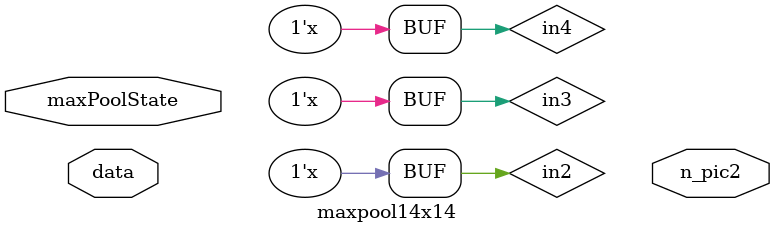
<source format=v>
module maxpool14x14(data,maxPoolState,n_pic2);
    input data;
    input maxPoolState;
    output n_pic2;

wire out1;
reg in1,in2,in3,in4;
maxPool2x2 mP1(in1,in2,in3,in4,out1);    
always @* begin
case(maxPoolState)
0 :begin
in1 = data[7:0] 	;
in2 = data[231:224] 	;
in3 = data[15:8] 	;
in4 = data[239:232] 	;
end
1 :begin
in1 = data[23:16] 	;
in2 = data[247:240] 	;
in3 = data[31:24] 	;
in4 = data[255:248] 	;
end
2 :begin
in1 = data[39:32] 	;
in2 = data[263:256] 	;
in3 = data[47:40] 	;
in4 = data[271:264] 	;
end
3 :begin
in1 = data[55:48] 	;
in2 = data[279:272] 	;
in3 = data[63:56] 	;
in4 = data[287:280] 	;
end
4 :begin
in1 = data[71:64] 	;
in2 = data[295:288] 	;
in3 = data[79:72] 	;
in4 = data[303:296] 	;
end
5 :begin
in1 = data[87:80] 	;
in2 = data[311:304] 	;
in3 = data[95:88] 	;
in4 = data[319:312] 	;
end
6 :begin
in1 = data[103:96] 	;
in2 = data[327:320] 	;
in3 = data[111:104] 	;
in4 = data[335:328] 	;
end
7 :begin
in1 = data[119:112] 	;
in2 = data[343:336] 	;
in3 = data[127:120] 	;
in4 = data[351:344] 	;
end
8 :begin
in1 = data[135:128] 	;
in2 = data[359:352] 	;
in3 = data[143:136] 	;
in4 = data[367:360] 	;
end
9 :begin
in1 = data[151:144] 	;
in2 = data[375:368] 	;
in3 = data[159:152] 	;
in4 = data[383:376] 	;
end
10 :begin
in1 = data[167:160] 	;
in2 = data[391:384] 	;
in3 = data[175:168] 	;
in4 = data[399:392] 	;
end
11 :begin
in1 = data[183:176] 	;
in2 = data[407:400] 	;
in3 = data[191:184] 	;
in4 = data[415:408] 	;
end
12 :begin
in1 = data[199:192] 	;
in2 = data[423:416] 	;
in3 = data[207:200] 	;
in4 = data[431:424] 	;
end
13 :begin
in1 = data[215:208] 	;
in2 = data[439:432] 	;
in3 = data[223:216] 	;
in4 = data[447:440] 	;
end
14 :begin
in1 = data[455:448] 	;
in2 = data[679:672] 	;
in3 = data[463:456] 	;
in4 = data[687:680] 	;
end
15 :begin
in1 = data[471:464] 	;
in2 = data[695:688] 	;
in3 = data[479:472] 	;
in4 = data[703:696] 	;
end
16 :begin
in1 = data[487:480] 	;
in2 = data[711:704] 	;
in3 = data[495:488] 	;
in4 = data[719:712] 	;
end
17 :begin
in1 = data[503:496] 	;
in2 = data[727:720] 	;
in3 = data[511:504] 	;
in4 = data[735:728] 	;
end
18 :begin
in1 = data[519:512] 	;
in2 = data[743:736] 	;
in3 = data[527:520] 	;
in4 = data[751:744] 	;
end
19 :begin
in1 = data[535:528] 	;
in2 = data[759:752] 	;
in3 = data[543:536] 	;
in4 = data[767:760] 	;
end
20 :begin
in1 = data[551:544] 	;
in2 = data[775:768] 	;
in3 = data[559:552] 	;
in4 = data[783:776] 	;
end
21 :begin
in1 = data[567:560] 	;
in2 = data[791:784] 	;
in3 = data[575:568] 	;
in4 = data[799:792] 	;
end
22 :begin
in1 = data[583:576] 	;
in2 = data[807:800] 	;
in3 = data[591:584] 	;
in4 = data[815:808] 	;
end
23 :begin
in1 = data[599:592] 	;
in2 = data[823:816] 	;
in3 = data[607:600] 	;
in4 = data[831:824] 	;
end
24 :begin
in1 = data[615:608] 	;
in2 = data[839:832] 	;
in3 = data[623:616] 	;
in4 = data[847:840] 	;
end
25 :begin
in1 = data[631:624] 	;
in2 = data[855:848] 	;
in3 = data[639:632] 	;
in4 = data[863:856] 	;
end
26 :begin
in1 = data[647:640] 	;
in2 = data[871:864] 	;
in3 = data[655:648] 	;
in4 = data[879:872] 	;
end
27 :begin
in1 = data[663:656] 	;
in2 = data[887:880] 	;
in3 = data[671:664] 	;
in4 = data[895:888] 	;
end
28 :begin
in1 = data[903:896] 	;
in2 = data[1127:1120] 	;
in3 = data[911:904] 	;
in4 = data[1135:1128] 	;
end
29 :begin
in1 = data[919:912] 	;
in2 = data[1143:1136] 	;
in3 = data[927:920] 	;
in4 = data[1151:1144] 	;
end
30 :begin
in1 = data[935:928] 	;
in2 = data[1159:1152] 	;
in3 = data[943:936] 	;
in4 = data[1167:1160] 	;
end
31 :begin
in1 = data[951:944] 	;
in2 = data[1175:1168] 	;
in3 = data[959:952] 	;
in4 = data[1183:1176] 	;
end
32 :begin
in1 = data[967:960] 	;
in2 = data[1191:1184] 	;
in3 = data[975:968] 	;
in4 = data[1199:1192] 	;
end
33 :begin
in1 = data[983:976] 	;
in2 = data[1207:1200] 	;
in3 = data[991:984] 	;
in4 = data[1215:1208] 	;
end
34 :begin
in1 = data[999:992] 	;
in2 = data[1223:1216] 	;
in3 = data[1007:1000] 	;
in4 = data[1231:1224] 	;
end
35 :begin
in1 = data[1015:1008] 	;
in2 = data[1239:1232] 	;
in3 = data[1023:1016] 	;
in4 = data[1247:1240] 	;
end
36 :begin
in1 = data[1031:1024] 	;
in2 = data[1255:1248] 	;
in3 = data[1039:1032] 	;
in4 = data[1263:1256] 	;
end
37 :begin
in1 = data[1047:1040] 	;
in2 = data[1271:1264] 	;
in3 = data[1055:1048] 	;
in4 = data[1279:1272] 	;
end
38 :begin
in1 = data[1063:1056] 	;
in2 = data[1287:1280] 	;
in3 = data[1071:1064] 	;
in4 = data[1295:1288] 	;
end
39 :begin
in1 = data[1079:1072] 	;
in2 = data[1303:1296] 	;
in3 = data[1087:1080] 	;
in4 = data[1311:1304] 	;
end
40 :begin
in1 = data[1095:1088] 	;
in2 = data[1319:1312] 	;
in3 = data[1103:1096] 	;
in4 = data[1327:1320] 	;
end
41 :begin
in1 = data[1111:1104] 	;
in2 = data[1335:1328] 	;
in3 = data[1119:1112] 	;
in4 = data[1343:1336] 	;
end
42 :begin
in1 = data[1351:1344] 	;
in2 = data[1575:1568] 	;
in3 = data[1359:1352] 	;
in4 = data[1583:1576] 	;
end
43 :begin
in1 = data[1367:1360] 	;
in2 = data[1591:1584] 	;
in3 = data[1375:1368] 	;
in4 = data[1599:1592] 	;
end
44 :begin
in1 = data[1383:1376] 	;
in2 = data[1607:1600] 	;
in3 = data[1391:1384] 	;
in4 = data[1615:1608] 	;
end
45 :begin
in1 = data[1399:1392] 	;
in2 = data[1623:1616] 	;
in3 = data[1407:1400] 	;
in4 = data[1631:1624] 	;
end
46 :begin
in1 = data[1415:1408] 	;
in2 = data[1639:1632] 	;
in3 = data[1423:1416] 	;
in4 = data[1647:1640] 	;
end
47 :begin
in1 = data[1431:1424] 	;
in2 = data[1655:1648] 	;
in3 = data[1439:1432] 	;
in4 = data[1663:1656] 	;
end
48 :begin
in1 = data[1447:1440] 	;
in2 = data[1671:1664] 	;
in3 = data[1455:1448] 	;
in4 = data[1679:1672] 	;
end
49 :begin
in1 = data[1463:1456] 	;
in2 = data[1687:1680] 	;
in3 = data[1471:1464] 	;
in4 = data[1695:1688] 	;
end
50 :begin
in1 = data[1479:1472] 	;
in2 = data[1703:1696] 	;
in3 = data[1487:1480] 	;
in4 = data[1711:1704] 	;
end
51 :begin
in1 = data[1495:1488] 	;
in2 = data[1719:1712] 	;
in3 = data[1503:1496] 	;
in4 = data[1727:1720] 	;
end
52 :begin
in1 = data[1511:1504] 	;
in2 = data[1735:1728] 	;
in3 = data[1519:1512] 	;
in4 = data[1743:1736] 	;
end
53 :begin
in1 = data[1527:1520] 	;
in2 = data[1751:1744] 	;
in3 = data[1535:1528] 	;
in4 = data[1759:1752] 	;
end
54 :begin
in1 = data[1543:1536] 	;
in2 = data[1767:1760] 	;
in3 = data[1551:1544] 	;
in4 = data[1775:1768] 	;
end
55 :begin
in1 = data[1559:1552] 	;
in2 = data[1783:1776] 	;
in3 = data[1567:1560] 	;
in4 = data[1791:1784] 	;
end
56 :begin
in1 = data[1799:1792] 	;
in2 = data[2023:2016] 	;
in3 = data[1807:1800] 	;
in4 = data[2031:2024] 	;
end
57 :begin
in1 = data[1815:1808] 	;
in2 = data[2039:2032] 	;
in3 = data[1823:1816] 	;
in4 = data[2047:2040] 	;
end
58 :begin
in1 = data[1831:1824] 	;
in2 = data[2055:2048] 	;
in3 = data[1839:1832] 	;
in4 = data[2063:2056] 	;
end
59 :begin
in1 = data[1847:1840] 	;
in2 = data[2071:2064] 	;
in3 = data[1855:1848] 	;
in4 = data[2079:2072] 	;
end
60 :begin
in1 = data[1863:1856] 	;
in2 = data[2087:2080] 	;
in3 = data[1871:1864] 	;
in4 = data[2095:2088] 	;
end
61 :begin
in1 = data[1879:1872] 	;
in2 = data[2103:2096] 	;
in3 = data[1887:1880] 	;
in4 = data[2111:2104] 	;
end
62 :begin
in1 = data[1895:1888] 	;
in2 = data[2119:2112] 	;
in3 = data[1903:1896] 	;
in4 = data[2127:2120] 	;
end
63 :begin
in1 = data[1911:1904] 	;
in2 = data[2135:2128] 	;
in3 = data[1919:1912] 	;
in4 = data[2143:2136] 	;
end
64 :begin
in1 = data[1927:1920] 	;
in2 = data[2151:2144] 	;
in3 = data[1935:1928] 	;
in4 = data[2159:2152] 	;
end
65 :begin
in1 = data[1943:1936] 	;
in2 = data[2167:2160] 	;
in3 = data[1951:1944] 	;
in4 = data[2175:2168] 	;
end
66 :begin
in1 = data[1959:1952] 	;
in2 = data[2183:2176] 	;
in3 = data[1967:1960] 	;
in4 = data[2191:2184] 	;
end
67 :begin
in1 = data[1975:1968] 	;
in2 = data[2199:2192] 	;
in3 = data[1983:1976] 	;
in4 = data[2207:2200] 	;
end
68 :begin
in1 = data[1991:1984] 	;
in2 = data[2215:2208] 	;
in3 = data[1999:1992] 	;
in4 = data[2223:2216] 	;
end
69 :begin
in1 = data[2007:2000] 	;
in2 = data[2231:2224] 	;
in3 = data[2015:2008] 	;
in4 = data[2239:2232] 	;
end
70 :begin
in1 = data[2247:2240] 	;
in2 = data[2471:2464] 	;
in3 = data[2255:2248] 	;
in4 = data[2479:2472] 	;
end
71 :begin
in1 = data[2263:2256] 	;
in2 = data[2487:2480] 	;
in3 = data[2271:2264] 	;
in4 = data[2495:2488] 	;
end
72 :begin
in1 = data[2279:2272] 	;
in2 = data[2503:2496] 	;
in3 = data[2287:2280] 	;
in4 = data[2511:2504] 	;
end
73 :begin
in1 = data[2295:2288] 	;
in2 = data[2519:2512] 	;
in3 = data[2303:2296] 	;
in4 = data[2527:2520] 	;
end
74 :begin
in1 = data[2311:2304] 	;
in2 = data[2535:2528] 	;
in3 = data[2319:2312] 	;
in4 = data[2543:2536] 	;
end
75 :begin
in1 = data[2327:2320] 	;
in2 = data[2551:2544] 	;
in3 = data[2335:2328] 	;
in4 = data[2559:2552] 	;
end
76 :begin
in1 = data[2343:2336] 	;
in2 = data[2567:2560] 	;
in3 = data[2351:2344] 	;
in4 = data[2575:2568] 	;
end
77 :begin
in1 = data[2359:2352] 	;
in2 = data[2583:2576] 	;
in3 = data[2367:2360] 	;
in4 = data[2591:2584] 	;
end
78 :begin
in1 = data[2375:2368] 	;
in2 = data[2599:2592] 	;
in3 = data[2383:2376] 	;
in4 = data[2607:2600] 	;
end
79 :begin
in1 = data[2391:2384] 	;
in2 = data[2615:2608] 	;
in3 = data[2399:2392] 	;
in4 = data[2623:2616] 	;
end
80 :begin
in1 = data[2407:2400] 	;
in2 = data[2631:2624] 	;
in3 = data[2415:2408] 	;
in4 = data[2639:2632] 	;
end
81 :begin
in1 = data[2423:2416] 	;
in2 = data[2647:2640] 	;
in3 = data[2431:2424] 	;
in4 = data[2655:2648] 	;
end
82 :begin
in1 = data[2439:2432] 	;
in2 = data[2663:2656] 	;
in3 = data[2447:2440] 	;
in4 = data[2671:2664] 	;
end
83 :begin
in1 = data[2455:2448] 	;
in2 = data[2679:2672] 	;
in3 = data[2463:2456] 	;
in4 = data[2687:2680] 	;
end
84 :begin
in1 = data[2695:2688] 	;
in2 = data[2919:2912] 	;
in3 = data[2703:2696] 	;
in4 = data[2927:2920] 	;
end
85 :begin
in1 = data[2711:2704] 	;
in2 = data[2935:2928] 	;
in3 = data[2719:2712] 	;
in4 = data[2943:2936] 	;
end
86 :begin
in1 = data[2727:2720] 	;
in2 = data[2951:2944] 	;
in3 = data[2735:2728] 	;
in4 = data[2959:2952] 	;
end
87 :begin
in1 = data[2743:2736] 	;
in2 = data[2967:2960] 	;
in3 = data[2751:2744] 	;
in4 = data[2975:2968] 	;
end
88 :begin
in1 = data[2759:2752] 	;
in2 = data[2983:2976] 	;
in3 = data[2767:2760] 	;
in4 = data[2991:2984] 	;
end
89 :begin
in1 = data[2775:2768] 	;
in2 = data[2999:2992] 	;
in3 = data[2783:2776] 	;
in4 = data[3007:3000] 	;
end
90 :begin
in1 = data[2791:2784] 	;
in2 = data[3015:3008] 	;
in3 = data[2799:2792] 	;
in4 = data[3023:3016] 	;
end
91 :begin
in1 = data[2807:2800] 	;
in2 = data[3031:3024] 	;
in3 = data[2815:2808] 	;
in4 = data[3039:3032] 	;
end
92 :begin
in1 = data[2823:2816] 	;
in2 = data[3047:3040] 	;
in3 = data[2831:2824] 	;
in4 = data[3055:3048] 	;
end
93 :begin
in1 = data[2839:2832] 	;
in2 = data[3063:3056] 	;
in3 = data[2847:2840] 	;
in4 = data[3071:3064] 	;
end
94 :begin
in1 = data[2855:2848] 	;
in2 = data[3079:3072] 	;
in3 = data[2863:2856] 	;
in4 = data[3087:3080] 	;
end
95 :begin
in1 = data[2871:2864] 	;
in2 = data[3095:3088] 	;
in3 = data[2879:2872] 	;
in4 = data[3103:3096] 	;
end
96 :begin
in1 = data[2887:2880] 	;
in2 = data[3111:3104] 	;
in3 = data[2895:2888] 	;
in4 = data[3119:3112] 	;
end
97 :begin
in1 = data[2903:2896] 	;
in2 = data[3127:3120] 	;
in3 = data[2911:2904] 	;
in4 = data[3135:3128] 	;
end
98 :begin
in1 = data[3143:3136] 	;
in2 = data[3367:3360] 	;
in3 = data[3151:3144] 	;
in4 = data[3375:3368] 	;
end
99 :begin
in1 = data[3159:3152] 	;
in2 = data[3383:3376] 	;
in3 = data[3167:3160] 	;
in4 = data[3391:3384] 	;
end
100 :begin
in1 = data[3175:3168] 	;
in2 = data[3399:3392] 	;
in3 = data[3183:3176] 	;
in4 = data[3407:3400] 	;
end
101 :begin
in1 = data[3191:3184] 	;
in2 = data[3415:3408] 	;
in3 = data[3199:3192] 	;
in4 = data[3423:3416] 	;
end
102 :begin
in1 = data[3207:3200] 	;
in2 = data[3431:3424] 	;
in3 = data[3215:3208] 	;
in4 = data[3439:3432] 	;
end
103 :begin
in1 = data[3223:3216] 	;
in2 = data[3447:3440] 	;
in3 = data[3231:3224] 	;
in4 = data[3455:3448] 	;
end
104 :begin
in1 = data[3239:3232] 	;
in2 = data[3463:3456] 	;
in3 = data[3247:3240] 	;
in4 = data[3471:3464] 	;
end
105 :begin
in1 = data[3255:3248] 	;
in2 = data[3479:3472] 	;
in3 = data[3263:3256] 	;
in4 = data[3487:3480] 	;
end
106 :begin
in1 = data[3271:3264] 	;
in2 = data[3495:3488] 	;
in3 = data[3279:3272] 	;
in4 = data[3503:3496] 	;
end
107 :begin
in1 = data[3287:3280] 	;
in2 = data[3511:3504] 	;
in3 = data[3295:3288] 	;
in4 = data[3519:3512] 	;
end
108 :begin
in1 = data[3303:3296] 	;
in2 = data[3527:3520] 	;
in3 = data[3311:3304] 	;
in4 = data[3535:3528] 	;
end
109 :begin
in1 = data[3319:3312] 	;
in2 = data[3543:3536] 	;
in3 = data[3327:3320] 	;
in4 = data[3551:3544] 	;
end
110 :begin
in1 = data[3335:3328] 	;
in2 = data[3559:3552] 	;
in3 = data[3343:3336] 	;
in4 = data[3567:3560] 	;
end
111 :begin
in1 = data[3351:3344] 	;
in2 = data[3575:3568] 	;
in3 = data[3359:3352] 	;
in4 = data[3583:3576] 	;
end
112 :begin
in1 = data[3591:3584] 	;
in2 = data[3815:3808] 	;
in3 = data[3599:3592] 	;
in4 = data[3823:3816] 	;
end
113 :begin
in1 = data[3607:3600] 	;
in2 = data[3831:3824] 	;
in3 = data[3615:3608] 	;
in4 = data[3839:3832] 	;
end
114 :begin
in1 = data[3623:3616] 	;
in2 = data[3847:3840] 	;
in3 = data[3631:3624] 	;
in4 = data[3855:3848] 	;
end
115 :begin
in1 = data[3639:3632] 	;
in2 = data[3863:3856] 	;
in3 = data[3647:3640] 	;
in4 = data[3871:3864] 	;
end
116 :begin
in1 = data[3655:3648] 	;
in2 = data[3879:3872] 	;
in3 = data[3663:3656] 	;
in4 = data[3887:3880] 	;
end
117 :begin
in1 = data[3671:3664] 	;
in2 = data[3895:3888] 	;
in3 = data[3679:3672] 	;
in4 = data[3903:3896] 	;
end
118 :begin
in1 = data[3687:3680] 	;
in2 = data[3911:3904] 	;
in3 = data[3695:3688] 	;
in4 = data[3919:3912] 	;
end
119 :begin
in1 = data[3703:3696] 	;
in2 = data[3927:3920] 	;
in3 = data[3711:3704] 	;
in4 = data[3935:3928] 	;
end
120 :begin
in1 = data[3719:3712] 	;
in2 = data[3943:3936] 	;
in3 = data[3727:3720] 	;
in4 = data[3951:3944] 	;
end
121 :begin
in1 = data[3735:3728] 	;
in2 = data[3959:3952] 	;
in3 = data[3743:3736] 	;
in4 = data[3967:3960] 	;
end
122 :begin
in1 = data[3751:3744] 	;
in2 = data[3975:3968] 	;
in3 = data[3759:3752] 	;
in4 = data[3983:3976] 	;
end
123 :begin
in1 = data[3767:3760] 	;
in2 = data[3991:3984] 	;
in3 = data[3775:3768] 	;
in4 = data[3999:3992] 	;
end
124 :begin
in1 = data[3783:3776] 	;
in2 = data[4007:4000] 	;
in3 = data[3791:3784] 	;
in4 = data[4015:4008] 	;
end
125 :begin
in1 = data[3799:3792] 	;
in2 = data[4023:4016] 	;
in3 = data[3807:3800] 	;
in4 = data[4031:4024] 	;
end
126 :begin
in1 = data[4039:4032] 	;
in2 = data[4263:4256] 	;
in3 = data[4047:4040] 	;
in4 = data[4271:4264] 	;
end
127 :begin
in1 = data[4055:4048] 	;
in2 = data[4279:4272] 	;
in3 = data[4063:4056] 	;
in4 = data[4287:4280] 	;
end
128 :begin
in1 = data[4071:4064] 	;
in2 = data[4295:4288] 	;
in3 = data[4079:4072] 	;
in4 = data[4303:4296] 	;
end
129 :begin
in1 = data[4087:4080] 	;
in2 = data[4311:4304] 	;
in3 = data[4095:4088] 	;
in4 = data[4319:4312] 	;
end
130 :begin
in1 = data[4103:4096] 	;
in2 = data[4327:4320] 	;
in3 = data[4111:4104] 	;
in4 = data[4335:4328] 	;
end
131 :begin
in1 = data[4119:4112] 	;
in2 = data[4343:4336] 	;
in3 = data[4127:4120] 	;
in4 = data[4351:4344] 	;
end
132 :begin
in1 = data[4135:4128] 	;
in2 = data[4359:4352] 	;
in3 = data[4143:4136] 	;
in4 = data[4367:4360] 	;
end
133 :begin
in1 = data[4151:4144] 	;
in2 = data[4375:4368] 	;
in3 = data[4159:4152] 	;
in4 = data[4383:4376] 	;
end
134 :begin
in1 = data[4167:4160] 	;
in2 = data[4391:4384] 	;
in3 = data[4175:4168] 	;
in4 = data[4399:4392] 	;
end
135 :begin
in1 = data[4183:4176] 	;
in2 = data[4407:4400] 	;
in3 = data[4191:4184] 	;
in4 = data[4415:4408] 	;
end
136 :begin
in1 = data[4199:4192] 	;
in2 = data[4423:4416] 	;
in3 = data[4207:4200] 	;
in4 = data[4431:4424] 	;
end
137 :begin
in1 = data[4215:4208] 	;
in2 = data[4439:4432] 	;
in3 = data[4223:4216] 	;
in4 = data[4447:4440] 	;
end
138 :begin
in1 = data[4231:4224] 	;
in2 = data[4455:4448] 	;
in3 = data[4239:4232] 	;
in4 = data[4463:4456] 	;
end
139 :begin
in1 = data[4247:4240] 	;
in2 = data[4471:4464] 	;
in3 = data[4255:4248] 	;
in4 = data[4479:4472] 	;
end
140 :begin
in1 = data[4487:4480] 	;
in2 = data[4711:4704] 	;
in3 = data[4495:4488] 	;
in4 = data[4719:4712] 	;
end
141 :begin
in1 = data[4503:4496] 	;
in2 = data[4727:4720] 	;
in3 = data[4511:4504] 	;
in4 = data[4735:4728] 	;
end
142 :begin
in1 = data[4519:4512] 	;
in2 = data[4743:4736] 	;
in3 = data[4527:4520] 	;
in4 = data[4751:4744] 	;
end
143 :begin
in1 = data[4535:4528] 	;
in2 = data[4759:4752] 	;
in3 = data[4543:4536] 	;
in4 = data[4767:4760] 	;
end
144 :begin
in1 = data[4551:4544] 	;
in2 = data[4775:4768] 	;
in3 = data[4559:4552] 	;
in4 = data[4783:4776] 	;
end
145 :begin
in1 = data[4567:4560] 	;
in2 = data[4791:4784] 	;
in3 = data[4575:4568] 	;
in4 = data[4799:4792] 	;
end
146 :begin
in1 = data[4583:4576] 	;
in2 = data[4807:4800] 	;
in3 = data[4591:4584] 	;
in4 = data[4815:4808] 	;
end
147 :begin
in1 = data[4599:4592] 	;
in2 = data[4823:4816] 	;
in3 = data[4607:4600] 	;
in4 = data[4831:4824] 	;
end
148 :begin
in1 = data[4615:4608] 	;
in2 = data[4839:4832] 	;
in3 = data[4623:4616] 	;
in4 = data[4847:4840] 	;
end
149 :begin
in1 = data[4631:4624] 	;
in2 = data[4855:4848] 	;
in3 = data[4639:4632] 	;
in4 = data[4863:4856] 	;
end
150 :begin
in1 = data[4647:4640] 	;
in2 = data[4871:4864] 	;
in3 = data[4655:4648] 	;
in4 = data[4879:4872] 	;
end
151 :begin
in1 = data[4663:4656] 	;
in2 = data[4887:4880] 	;
in3 = data[4671:4664] 	;
in4 = data[4895:4888] 	;
end
152 :begin
in1 = data[4679:4672] 	;
in2 = data[4903:4896] 	;
in3 = data[4687:4680] 	;
in4 = data[4911:4904] 	;
end
153 :begin
in1 = data[4695:4688] 	;
in2 = data[4919:4912] 	;
in3 = data[4703:4696] 	;
in4 = data[4927:4920] 	;
end
154 :begin
in1 = data[4935:4928] 	;
in2 = data[5159:5152] 	;
in3 = data[4943:4936] 	;
in4 = data[5167:5160] 	;
end
155 :begin
in1 = data[4951:4944] 	;
in2 = data[5175:5168] 	;
in3 = data[4959:4952] 	;
in4 = data[5183:5176] 	;
end
156 :begin
in1 = data[4967:4960] 	;
in2 = data[5191:5184] 	;
in3 = data[4975:4968] 	;
in4 = data[5199:5192] 	;
end
157 :begin
in1 = data[4983:4976] 	;
in2 = data[5207:5200] 	;
in3 = data[4991:4984] 	;
in4 = data[5215:5208] 	;
end
158 :begin
in1 = data[4999:4992] 	;
in2 = data[5223:5216] 	;
in3 = data[5007:5000] 	;
in4 = data[5231:5224] 	;
end
159 :begin
in1 = data[5015:5008] 	;
in2 = data[5239:5232] 	;
in3 = data[5023:5016] 	;
in4 = data[5247:5240] 	;
end
160 :begin
in1 = data[5031:5024] 	;
in2 = data[5255:5248] 	;
in3 = data[5039:5032] 	;
in4 = data[5263:5256] 	;
end
161 :begin
in1 = data[5047:5040] 	;
in2 = data[5271:5264] 	;
in3 = data[5055:5048] 	;
in4 = data[5279:5272] 	;
end
162 :begin
in1 = data[5063:5056] 	;
in2 = data[5287:5280] 	;
in3 = data[5071:5064] 	;
in4 = data[5295:5288] 	;
end
163 :begin
in1 = data[5079:5072] 	;
in2 = data[5303:5296] 	;
in3 = data[5087:5080] 	;
in4 = data[5311:5304] 	;
end
164 :begin
in1 = data[5095:5088] 	;
in2 = data[5319:5312] 	;
in3 = data[5103:5096] 	;
in4 = data[5327:5320] 	;
end
165 :begin
in1 = data[5111:5104] 	;
in2 = data[5335:5328] 	;
in3 = data[5119:5112] 	;
in4 = data[5343:5336] 	;
end
166 :begin
in1 = data[5127:5120] 	;
in2 = data[5351:5344] 	;
in3 = data[5135:5128] 	;
in4 = data[5359:5352] 	;
end
167 :begin
in1 = data[5143:5136] 	;
in2 = data[5367:5360] 	;
in3 = data[5151:5144] 	;
in4 = data[5375:5368] 	;
end
168 :begin
in1 = data[5383:5376] 	;
in2 = data[5607:5600] 	;
in3 = data[5391:5384] 	;
in4 = data[5615:5608] 	;
end
169 :begin
in1 = data[5399:5392] 	;
in2 = data[5623:5616] 	;
in3 = data[5407:5400] 	;
in4 = data[5631:5624] 	;
end
170 :begin
in1 = data[5415:5408] 	;
in2 = data[5639:5632] 	;
in3 = data[5423:5416] 	;
in4 = data[5647:5640] 	;
end
171 :begin
in1 = data[5431:5424] 	;
in2 = data[5655:5648] 	;
in3 = data[5439:5432] 	;
in4 = data[5663:5656] 	;
end
172 :begin
in1 = data[5447:5440] 	;
in2 = data[5671:5664] 	;
in3 = data[5455:5448] 	;
in4 = data[5679:5672] 	;
end
173 :begin
in1 = data[5463:5456] 	;
in2 = data[5687:5680] 	;
in3 = data[5471:5464] 	;
in4 = data[5695:5688] 	;
end
174 :begin
in1 = data[5479:5472] 	;
in2 = data[5703:5696] 	;
in3 = data[5487:5480] 	;
in4 = data[5711:5704] 	;
end
175 :begin
in1 = data[5495:5488] 	;
in2 = data[5719:5712] 	;
in3 = data[5503:5496] 	;
in4 = data[5727:5720] 	;
end
176 :begin
in1 = data[5511:5504] 	;
in2 = data[5735:5728] 	;
in3 = data[5519:5512] 	;
in4 = data[5743:5736] 	;
end
177 :begin
in1 = data[5527:5520] 	;
in2 = data[5751:5744] 	;
in3 = data[5535:5528] 	;
in4 = data[5759:5752] 	;
end
178 :begin
in1 = data[5543:5536] 	;
in2 = data[5767:5760] 	;
in3 = data[5551:5544] 	;
in4 = data[5775:5768] 	;
end
179 :begin
in1 = data[5559:5552] 	;
in2 = data[5783:5776] 	;
in3 = data[5567:5560] 	;
in4 = data[5791:5784] 	;
end
180 :begin
in1 = data[5575:5568] 	;
in2 = data[5799:5792] 	;
in3 = data[5583:5576] 	;
in4 = data[5807:5800] 	;
end
181 :begin
in1 = data[5591:5584] 	;
in2 = data[5815:5808] 	;
in3 = data[5599:5592] 	;
in4 = data[5823:5816] 	;
end
182 :begin
in1 = data[5831:5824] 	;
in2 = data[6055:6048] 	;
in3 = data[5839:5832] 	;
in4 = data[6063:6056] 	;
end
183 :begin
in1 = data[5847:5840] 	;
in2 = data[6071:6064] 	;
in3 = data[5855:5848] 	;
in4 = data[6079:6072] 	;
end
184 :begin
in1 = data[5863:5856] 	;
in2 = data[6087:6080] 	;
in3 = data[5871:5864] 	;
in4 = data[6095:6088] 	;
end
185 :begin
in1 = data[5879:5872] 	;
in2 = data[6103:6096] 	;
in3 = data[5887:5880] 	;
in4 = data[6111:6104] 	;
end
186 :begin
in1 = data[5895:5888] 	;
in2 = data[6119:6112] 	;
in3 = data[5903:5896] 	;
in4 = data[6127:6120] 	;
end
187 :begin
in1 = data[5911:5904] 	;
in2 = data[6135:6128] 	;
in3 = data[5919:5912] 	;
in4 = data[6143:6136] 	;
end
188 :begin
in1 = data[5927:5920] 	;
in2 = data[6151:6144] 	;
in3 = data[5935:5928] 	;
in4 = data[6159:6152] 	;
end
189 :begin
in1 = data[5943:5936] 	;
in2 = data[6167:6160] 	;
in3 = data[5951:5944] 	;
in4 = data[6175:6168] 	;
end
190 :begin
in1 = data[5959:5952] 	;
in2 = data[6183:6176] 	;
in3 = data[5967:5960] 	;
in4 = data[6191:6184] 	;
end
191 :begin
in1 = data[5975:5968] 	;
in2 = data[6199:6192] 	;
in3 = data[5983:5976] 	;
in4 = data[6207:6200] 	;
end
192 :begin
in1 = data[5991:5984] 	;
in2 = data[6215:6208] 	;
in3 = data[5999:5992] 	;
in4 = data[6223:6216] 	;
end
193 :begin
in1 = data[6007:6000] 	;
in2 = data[6231:6224] 	;
in3 = data[6015:6008] 	;
in4 = data[6239:6232] 	;
end
194 :begin
in1 = data[6023:6016] 	;
in2 = data[6247:6240] 	;
in3 = data[6031:6024] 	;
in4 = data[6255:6248] 	;
end
195 :begin
in1 = data[6039:6032] 	;
in2 = data[6263:6256] 	;
in3 = data[6047:6040] 	;
in4 = data[6271:6264] 	;
end
endcase

end

endmodule


</source>
